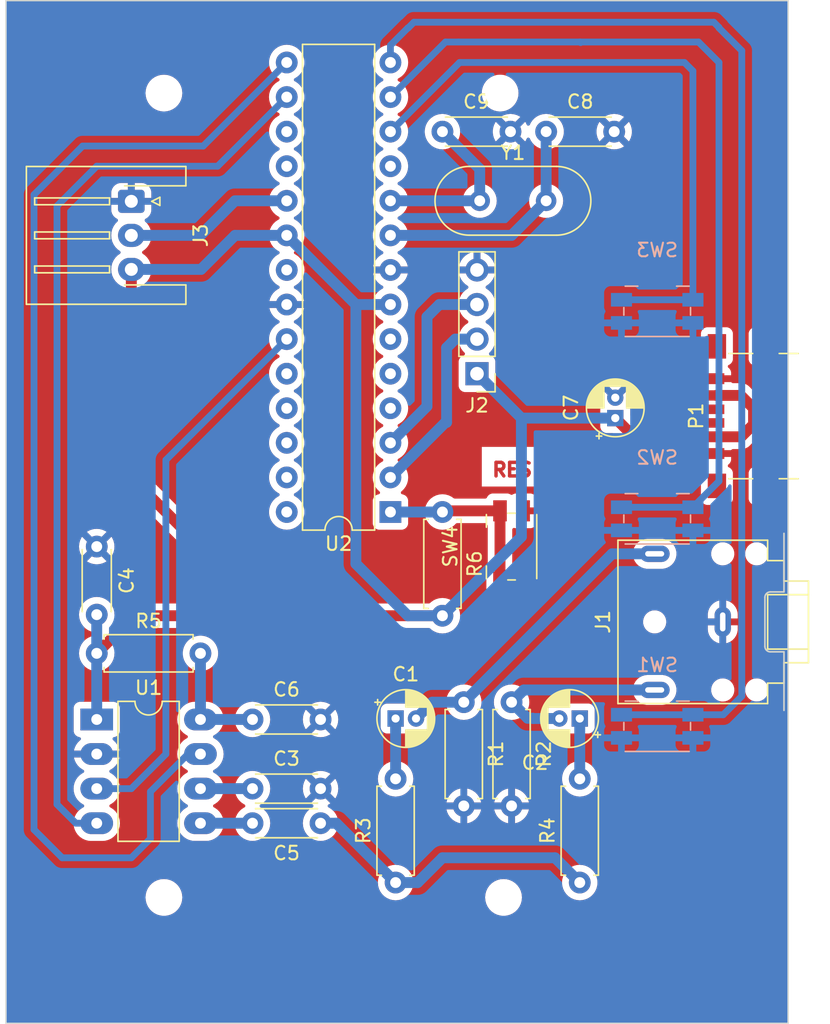
<source format=kicad_pcb>
(kicad_pcb (version 20221018) (generator pcbnew)
  (layers (0 "F.Cu" signal) (31 "B.Cu" signal) (34 "B.Paste" user) (35 "F.Paste" user) (36 "B.SilkS" user "B.Silkscreen") (37 "F.SilkS" user "F.Silkscreen") (38 "B.Mask" user) (39 "F.Mask" user) (44 "Edge.Cuts" user))
  (net 0 "")
  (net 1 "Net-(C1-Pad1)")
  (net 2 "Net-(C1-Pad2)")
  (net 3 "Net-(C2-Pad1)")
  (net 4 "Net-(C2-Pad2)")
  (net 5 "Net-(U1-GND)")
  (net 6 "GND")
  (net 7 "5V")
  (net 8 "IN")
  (net 9 "Net-(U1-IN)")
  (net 10 "Net-(U1-CKIN)")
  (net 14 "PIN_A0")
  (net 15 "Net-(U2-XTAL1{slash}PB6)")
  (net 16 "Net-(U2-XTAL2{slash}PB7)")
  (net 17 "Net-(U2-~{RESET}{slash}PC6)")
  (net 23 "PIN_13")
  (net 30 "RX")
  (net 31 "TX")
  (net 32 "PIN_9")
  (net 33 "PIN_10")
  (net 35 "PIN_8")
  (net 36 "PIN_7")
  (net 37 "PIN_6")
  (footprint "MountingHole:MountingHole_2.2mm_M2" (layer "F.Cu") (at 139.555409 91.812053)
    (fp_text reference "REF**" hide)
    (fp_text value "MountingHole_2.2mm_M2" hide)
    (pad "" np_thru_hole circle locked (at 0 0) (size 2.2 2.2) (drill 2.2) (layers "F&B.Cu" "*.Mask"))
  )
  (footprint "Connector_USB:USB_C_Receptacle_GCT_USB4135-GF-A_6P_TopMnt_Horizontal" (layer "F.Cu") (at 183.165586 56.456251 90)
    (fp_text reference "P1" (at 0 -4.5 90 unlocked) (layer "F.SilkS"))
    (fp_text value "USB_C_Plug_USB2.0")
    (pad "A5" smd rect locked (at -0.5 -3.0325 90) (size 0.7 1.2) (layers "F.Cu" "F.Paste" "F.Mask"))
    (pad "A9" smd rect locked (at 1.52 -3.0325 270) (size 0.76 1.2) (layers "F.Cu" "F.Paste" "F.Mask") (net 7 "5V"))
    (pad "A12" smd rect locked (at 2.75 -3.0325 270) (size 0.8 1.2) (layers "F.Cu" "F.Paste" "F.Mask") (net 6 "GND"))
    (pad "B5" smd rect locked (at 0.5 -3.0325 270) (size 0.7 1.2) (layers "F.Cu" "F.Paste" "F.Mask"))
    (pad "B9" smd rect locked (at -1.52 -3.0325 90) (size 0.76 1.2) (layers "F.Cu" "F.Paste" "F.Mask") (net 7 "5V"))
    (pad "B12" smd rect locked (at -2.75 -3.0325 90) (size 0.8 1.2) (layers "F.Cu" "F.Paste" "F.Mask") (net 6 "GND"))
    (pad "S1" smd rect locked (at -5.125 -2.9775 90) (size 1.8 1.35) (layers "F.Cu" "F.Paste" "F.Mask"))
    (pad "S1" smd rect locked (at -5.125 0.6025 90) (size 1.8 1.5) (layers "F.Cu" "F.Paste" "F.Mask"))
    (pad "S1" smd rect locked (at 5.125 -2.9775 90) (size 1.8 1.35) (layers "F.Cu" "F.Paste" "F.Mask"))
    (pad "S1" smd rect locked (at 5.125 0.6025 90) (size 1.8 1.5) (layers "F.Cu" "F.Paste" "F.Mask"))
  )
  (footprint "Package_DIP:DIP-8_W7.62mm_LongPads" (layer "F.Cu") (at 134.62 78.74)
    (fp_text reference "U1" (at 3.81 -2.33) (layer "F.SilkS"))
    (fp_text value "MSGEQ7")
    (pad "1" thru_hole rect (at 0 0) (size 2.4 1.6) (drill 0.8) (layers "*.Cu" "*.Mask") (net 7 "5V"))
    (pad "2" thru_hole oval (at 0 2.54) (size 2.4 1.6) (drill 0.8) (layers "*.Cu" "*.Mask") (net 6 "GND"))
    (pad "3" thru_hole oval (at 0 5.08) (size 2.4 1.6) (drill 0.8) (layers "*.Cu" "*.Mask") (net 14 "PIN_A0"))
    (pad "4" thru_hole oval (at 0 7.62) (size 2.4 1.6) (drill 0.8) (layers "*.Cu" "*.Mask") (net 33 "PIN_10"))
    (pad "5" thru_hole oval (at 7.62 7.62) (size 2.4 1.6) (drill 0.8) (layers "*.Cu" "*.Mask") (net 9 "Net-(U1-IN)"))
    (pad "6" thru_hole oval (at 7.62 5.08) (size 2.4 1.6) (drill 0.8) (layers "*.Cu" "*.Mask") (net 5 "Net-(U1-GND)"))
    (pad "7" thru_hole oval (at 7.62 2.54) (size 2.4 1.6) (drill 0.8) (layers "*.Cu" "*.Mask") (net 32 "PIN_9"))
    (pad "8" thru_hole oval (at 7.62 0) (size 2.4 1.6) (drill 0.8) (layers "*.Cu" "*.Mask") (net 10 "Net-(U1-CKIN)"))
  )
  (footprint "MountingHole:MountingHole_2.2mm_M2" (layer "F.Cu") (at 139.555409 32.728602)
    (fp_text reference "REF**" hide)
    (fp_text value "MountingHole_2.2mm_M2" hide)
    (pad "" np_thru_hole circle locked (at 0 0) (size 2.2 2.2) (drill 2.2) (layers "F&B.Cu" "*.Mask"))
  )
  (footprint "MountingHole:MountingHole_2.2mm_M2" (layer "F.Cu") (at 164.260259 32.728602)
    (fp_text reference "REF**" hide)
    (fp_text value "MountingHole_2.2mm_M2" hide)
    (pad "" np_thru_hole circle locked (at 0 0) (size 2.2 2.2) (drill 2.2) (layers "F&B.Cu" "*.Mask"))
  )
  (footprint "Crystal:Crystal_HC49-4H_Vertical" (layer "F.Cu") (at 162.76 40.64)
    (fp_text reference "Y1" (at 2.44 -3.525) (layer "F.SilkS"))
    (fp_text value "Crystal")
    (pad "1" thru_hole circle (at 0 0) (size 1.5 1.5) (drill 0.8) (layers "*.Cu" "*.Mask") (net 16 "Net-(U2-XTAL2{slash}PB7)"))
    (pad "2" thru_hole circle (at 4.88 0) (size 1.5 1.5) (drill 0.8) (layers "*.Cu" "*.Mask") (net 15 "Net-(U2-XTAL1{slash}PB6)"))
  )
  (footprint "Connector_JST:JST_XH_S3B-XH-A-1_1x03_P2.50mm_Horizontal" (layer "F.Cu") (at 137.16 40.68 -90)
    (fp_text reference "J3" (at 2.5 -5.1 90) (layer "F.SilkS"))
    (fp_text value "Conn_01x03")
    (pad "1" thru_hole roundrect (at 0 0 270) (size 1.7 1.95) (drill 0.95) (layers "*.Cu" "*.Mask") (roundrect_rratio 0.147059) (net 6 "GND"))
    (pad "2" thru_hole oval (at 2.5 0 270) (size 1.7 1.95) (drill 0.95) (layers "*.Cu" "*.Mask") (net 23 "PIN_13"))
    (pad "3" thru_hole oval (at 5 0 270) (size 1.7 1.95) (drill 0.95) (layers "*.Cu" "*.Mask") (net 7 "5V"))
  )
  (footprint "Capacitor_THT:C_Disc_D4.3mm_W1.9mm_P5.00mm" (layer "F.Cu") (at 134.62 66.04 -90)
    (fp_text reference "C4" (at 2.5 -2.2 90) (layer "F.SilkS"))
    (fp_text value "0.1uF")
    (pad "1" thru_hole circle (at 0 0 270) (size 1.6 1.6) (drill 0.8) (layers "*.Cu" "*.Mask") (net 6 "GND"))
    (pad "2" thru_hole circle (at 5 0 270) (size 1.6 1.6) (drill 0.8) (layers "*.Cu" "*.Mask") (net 7 "5V"))
  )
  (footprint "Resistor_THT:R_Axial_DIN0207_L6.3mm_D2.5mm_P7.62mm_Horizontal" (layer "F.Cu") (at 156.578624 90.720108 90)
    (fp_text reference "R3" (at 3.81 -2.37 90) (layer "F.SilkS"))
    (fp_text value "22K")
    (pad "1" thru_hole circle (at 0 0 90) (size 1.6 1.6) (drill 0.8) (layers "*.Cu" "*.Mask") (net 8 "IN"))
    (pad "2" thru_hole oval (at 7.62 0 90) (size 1.6 1.6) (drill 0.8) (layers "*.Cu" "*.Mask") (net 1 "Net-(C1-Pad1)"))
  )
  (footprint "Capacitor_THT:CP_Radial_D4.0mm_P1.50mm" (layer "F.Cu") (at 156.578624 78.67)
    (fp_text reference "C1" (at 0.75 -3.25) (layer "F.SilkS"))
    (fp_text value "10uf")
    (pad "1" thru_hole rect (at 0 0) (size 1.2 1.2) (drill 0.6) (layers "*.Cu" "*.Mask") (net 1 "Net-(C1-Pad1)"))
    (pad "2" thru_hole circle (at 1.5 0) (size 1.2 1.2) (drill 0.6) (layers "*.Cu" "*.Mask") (net 2 "Net-(C1-Pad2)"))
  )
  (footprint "Capacitor_THT:CP_Radial_D4.0mm_P1.50mm" (layer "F.Cu") (at 170.110688 78.67 180)
    (fp_text reference "C2" (at 3.29 -3.25) (layer "F.SilkS"))
    (fp_text value "10uf")
    (pad "1" thru_hole rect (at 0 0 180) (size 1.2 1.2) (drill 0.6) (layers "*.Cu" "*.Mask") (net 3 "Net-(C2-Pad1)"))
    (pad "2" thru_hole circle (at 1.5 0 180) (size 1.2 1.2) (drill 0.6) (layers "*.Cu" "*.Mask") (net 4 "Net-(C2-Pad2)"))
  )
  (footprint "Capacitor_THT:C_Disc_D4.3mm_W1.9mm_P5.00mm" (layer "F.Cu") (at 167.64 35.56)
    (fp_text reference "C8" (at 2.5 -2.2) (layer "F.SilkS"))
    (fp_text value "22pF")
    (pad "1" thru_hole circle (at 0 0) (size 1.6 1.6) (drill 0.8) (layers "*.Cu" "*.Mask") (net 15 "Net-(U2-XTAL1{slash}PB6)"))
    (pad "2" thru_hole circle (at 5 0) (size 1.6 1.6) (drill 0.8) (layers "*.Cu" "*.Mask") (net 6 "GND"))
  )
  (footprint "Capacitor_THT:C_Disc_D4.3mm_W1.9mm_P5.00mm" (layer "F.Cu") (at 146.065 83.82)
    (fp_text reference "C3" (at 2.5 -2.2) (layer "F.SilkS"))
    (fp_text value "0.1uF")
    (pad "1" thru_hole circle (at 0 0) (size 1.6 1.6) (drill 0.8) (layers "*.Cu" "*.Mask") (net 5 "Net-(U1-GND)"))
    (pad "2" thru_hole circle (at 5 0) (size 1.6 1.6) (drill 0.8) (layers "*.Cu" "*.Mask") (net 6 "GND"))
  )
  (footprint "Capacitor_THT:CP_Radial_D4.0mm_P1.50mm" (layer "F.Cu") (at 172.72 56.6026 90)
    (fp_text reference "C7" (at 0.75 -3.25 90) (layer "F.SilkS"))
    (fp_text value "10uf")
    (pad "1" thru_hole rect (at 0 0 90) (size 1.2 1.2) (drill 0.6) (layers "*.Cu" "*.Mask") (net 7 "5V"))
    (pad "2" thru_hole circle (at 1.5 0 90) (size 1.2 1.2) (drill 0.6) (layers "*.Cu" "*.Mask") (net 6 "GND"))
  )
  (footprint "Resistor_THT:R_Axial_DIN0207_L6.3mm_D2.5mm_P7.62mm_Horizontal" (layer "F.Cu") (at 165.1 77.47 -90)
    (fp_text reference "R2" (at 3.81 -2.37 -270) (layer "F.SilkS"))
    (fp_text value "100K")
    (pad "1" thru_hole circle (at 0 0 270) (size 1.6 1.6) (drill 0.8) (layers "*.Cu" "*.Mask") (net 4 "Net-(C2-Pad2)"))
    (pad "2" thru_hole oval (at 7.62 0 270) (size 1.6 1.6) (drill 0.8) (layers "*.Cu" "*.Mask") (net 6 "GND"))
  )
  (footprint "Button_Switch_SMD:Panasonic_EVQPUJ_EVQPUA" (layer "F.Cu") (at 165.1 66.04 90)
    (fp_text reference "SW4" (at 0 -4.5 90) (layer "F.SilkS"))
    (fp_text value "SW_Push")
    (pad "1" smd rect (at -2.625 -0.85 270) (size 1.55 1) (layers "F.Cu" "F.Paste" "F.Mask") (net 17 "Net-(U2-~{RESET}{slash}PC6)"))
    (pad "1" smd rect (at 2.625 -0.85 270) (size 1.55 1) (layers "F.Cu" "F.Paste" "F.Mask") (net 17 "Net-(U2-~{RESET}{slash}PC6)"))
    (pad "2" smd rect (at -2.625 0.85 270) (size 1.55 1) (layers "F.Cu" "F.Paste" "F.Mask") (net 6 "GND"))
    (pad "2" smd rect (at 2.625 0.85 270) (size 1.55 1) (layers "F.Cu" "F.Paste" "F.Mask") (net 6 "GND"))
  )
  (footprint "Package_DIP:DIP-28_W7.62mm" (layer "F.Cu") (at 156.2 63.5 180)
    (fp_text reference "U2" (at 3.81 -2.33) (layer "F.SilkS"))
    (fp_text value "ATmega328-P")
    (pad "1" thru_hole rect (at 0 0 180) (size 1.6 1.6) (drill 0.8) (layers "*.Cu" "*.Mask") (net 17 "Net-(U2-~{RESET}{slash}PC6)"))
    (pad "2" thru_hole oval (at 0 2.54 180) (size 1.6 1.6) (drill 0.8) (layers "*.Cu" "*.Mask") (net 30 "RX"))
    (pad "3" thru_hole oval (at 0 5.08 180) (size 1.6 1.6) (drill 0.8) (layers "*.Cu" "*.Mask") (net 31 "TX"))
    (pad "4" thru_hole oval (at 0 7.62 180) (size 1.6 1.6) (drill 0.8) (layers "*.Cu" "*.Mask"))
    (pad "5" thru_hole oval (at 0 10.16 180) (size 1.6 1.6) (drill 0.8) (layers "*.Cu" "*.Mask"))
    (pad "6" thru_hole oval (at 0 12.7 180) (size 1.6 1.6) (drill 0.8) (layers "*.Cu" "*.Mask"))
    (pad "7" thru_hole oval (at 0 15.24 180) (size 1.6 1.6) (drill 0.8) (layers "*.Cu" "*.Mask") (net 7 "5V"))
    (pad "8" thru_hole oval (at 0 17.78 180) (size 1.6 1.6) (drill 0.8) (layers "*.Cu" "*.Mask") (net 6 "GND"))
    (pad "9" thru_hole oval (at 0 20.32 180) (size 1.6 1.6) (drill 0.8) (layers "*.Cu" "*.Mask") (net 15 "Net-(U2-XTAL1{slash}PB6)"))
    (pad "10" thru_hole oval (at 0 22.86 180) (size 1.6 1.6) (drill 0.8) (layers "*.Cu" "*.Mask") (net 16 "Net-(U2-XTAL2{slash}PB7)"))
    (pad "11" thru_hole oval (at 0 25.4 180) (size 1.6 1.6) (drill 0.8) (layers "*.Cu" "*.Mask"))
    (pad "12" thru_hole oval (at 0 27.94 180) (size 1.6 1.6) (drill 0.8) (layers "*.Cu" "*.Mask") (net 37 "PIN_6"))
    (pad "13" thru_hole oval (at 0 30.48 180) (size 1.6 1.6) (drill 0.8) (layers "*.Cu" "*.Mask") (net 36 "PIN_7"))
    (pad "14" thru_hole oval (at 0 33.02 180) (size 1.6 1.6) (drill 0.8) (layers "*.Cu" "*.Mask") (net 35 "PIN_8"))
    (pad "15" thru_hole oval (at 7.62 33.02 180) (size 1.6 1.6) (drill 0.8) (layers "*.Cu" "*.Mask") (net 32 "PIN_9"))
    (pad "16" thru_hole oval (at 7.62 30.48 180) (size 1.6 1.6) (drill 0.8) (layers "*.Cu" "*.Mask") (net 33 "PIN_10"))
    (pad "17" thru_hole oval (at 7.62 27.94 180) (size 1.6 1.6) (drill 0.8) (layers "*.Cu" "*.Mask"))
    (pad "18" thru_hole oval (at 7.62 25.4 180) (size 1.6 1.6) (drill 0.8) (layers "*.Cu" "*.Mask"))
    (pad "19" thru_hole oval (at 7.62 22.86 180) (size 1.6 1.6) (drill 0.8) (layers "*.Cu" "*.Mask") (net 23 "PIN_13"))
    (pad "20" thru_hole oval (at 7.62 20.32 180) (size 1.6 1.6) (drill 0.8) (layers "*.Cu" "*.Mask") (net 7 "5V"))
    (pad "21" thru_hole oval (at 7.62 17.78 180) (size 1.6 1.6) (drill 0.8) (layers "*.Cu" "*.Mask"))
    (pad "22" thru_hole oval (at 7.62 15.24 180) (size 1.6 1.6) (drill 0.8) (layers "*.Cu" "*.Mask") (net 6 "GND"))
    (pad "23" thru_hole oval (at 7.62 12.7 180) (size 1.6 1.6) (drill 0.8) (layers "*.Cu" "*.Mask") (net 14 "PIN_A0"))
    (pad "24" thru_hole oval (at 7.62 10.16 180) (size 1.6 1.6) (drill 0.8) (layers "*.Cu" "*.Mask"))
    (pad "25" thru_hole oval (at 7.62 7.62 180) (size 1.6 1.6) (drill 0.8) (layers "*.Cu" "*.Mask"))
    (pad "26" thru_hole oval (at 7.62 5.08 180) (size 1.6 1.6) (drill 0.8) (layers "*.Cu" "*.Mask"))
    (pad "27" thru_hole oval (at 7.62 2.54 180) (size 1.6 1.6) (drill 0.8) (layers "*.Cu" "*.Mask"))
    (pad "28" thru_hole oval (at 7.62 0 180) (size 1.6 1.6) (drill 0.8) (layers "*.Cu" "*.Mask"))
  )
  (footprint "Connector_Audio:Jack_3.5mm_CUI_SJ1-3523N_Horizontal" (layer "F.Cu") (at 180.615586 71.571251 90)
    (fp_text reference "J1" (at 0 -8.8 90) (layer "F.SilkS"))
    (fp_text value "IN_1")
    (fp_line (start -2.2 3.5) (end -2.2 4.5) (stroke (width 0.12)) (layer "Edge.Cuts"))
    (fp_line (start -2.2 4.5) (end -6.5 4.5) (stroke (width 0.12)) (layer "Edge.Cuts"))
    (fp_line (start 1.8 3.1) (end -1.8 3.1) (stroke (width 0.12)) (layer "Edge.Cuts"))
    (fp_line (start 2.2 3.5) (end 2.2 4.5) (stroke (width 0.12)) (layer "Edge.Cuts"))
    (fp_line (start 2.2 4.5) (end 6.5 4.5) (stroke (width 0.12)) (layer "Edge.Cuts"))
    (fp_arc (start -2.2 3.5) (mid -2.082842 3.217158) (end -1.8 3.1) (stroke (width 0.12)) (layer "Edge.Cuts"))
    (fp_arc (start 1.8 3.1) (mid 2.082843 3.217157) (end 2.2 3.5) (stroke (width 0.12)) (layer "Edge.Cuts"))
    (pad "" np_thru_hole circle locked (at -5 0 90) (size 1.2 1.2) (drill 1.2) (layers "*.Cu"))
    (pad "" np_thru_hole circle locked (at -5 2.5 90) (size 1.2 1.2) (drill 1.2) (layers "*.Cu"))
    (pad "" np_thru_hole circle locked (at 0 -5 90) (size 1.2 1.2) (drill 1.2) (layers "*.Cu"))
    (pad "" np_thru_hole circle locked (at 5 0 90) (size 1.2 1.2) (drill 1.2) (layers "*.Cu"))
    (pad "" np_thru_hole circle locked (at 5 2.5 90) (size 1.2 1.2) (drill 1.2) (layers "*.Cu"))
    (pad "R" thru_hole oval locked (at -5 -5 90) (size 1.2 2.2) (drill oval 0.4 1.4) (layers "*.Cu" "*.Mask") (net 4 "Net-(C2-Pad2)"))
    (pad "S" thru_hole oval locked (at 0 0 90) (size 2.2 1.2) (drill oval 1.4 0.4) (layers "*.Cu" "*.Mask") (net 6 "GND"))
    (pad "T" thru_hole oval locked (at 5 -5 270) (size 1.2 2.2) (drill oval 0.4 1.4) (layers "*.Cu" "*.Mask") (net 2 "Net-(C1-Pad2)"))
  )
  (footprint "Resistor_THT:R_Axial_DIN0207_L6.3mm_D2.5mm_P7.62mm_Horizontal" (layer "F.Cu") (at 134.62 73.8825)
    (fp_text reference "R5" (at 3.81 -2.37) (layer "F.SilkS"))
    (fp_text value "220K")
    (pad "1" thru_hole circle (at 0 0) (size 1.6 1.6) (drill 0.8) (layers "*.Cu" "*.Mask") (net 7 "5V"))
    (pad "2" thru_hole oval (at 7.62 0) (size 1.6 1.6) (drill 0.8) (layers "*.Cu" "*.Mask") (net 10 "Net-(U1-CKIN)"))
  )
  (footprint "Connector_PinHeader_2.54mm:PinHeader_1x04_P2.54mm_Vertical" (layer "F.Cu") (at 162.56 53.34 180)
    (fp_text reference "J2" (at 0 -2.33) (layer "F.SilkS"))
    (fp_text value "Conn_01x04")
    (pad "1" thru_hole rect (at 0 0 180) (size 1.7 1.7) (drill 1) (layers "*.Cu" "*.Mask") (net 7 "5V"))
    (pad "2" thru_hole oval (at 0 2.54 180) (size 1.7 1.7) (drill 1) (layers "*.Cu" "*.Mask") (net 30 "RX"))
    (pad "3" thru_hole oval (at 0 5.08 180) (size 1.7 1.7) (drill 1) (layers "*.Cu" "*.Mask") (net 31 "TX"))
    (pad "4" thru_hole oval (at 0 7.62 180) (size 1.7 1.7) (drill 1) (layers "*.Cu" "*.Mask") (net 6 "GND"))
  )
  (footprint "Capacitor_THT:C_Disc_D4.3mm_W1.9mm_P5.00mm" (layer "F.Cu") (at 146.065 78.74)
    (fp_text reference "C6" (at 2.5 -2.2) (layer "F.SilkS"))
    (fp_text value "33pF")
    (pad "1" thru_hole circle (at 0 0) (size 1.6 1.6) (drill 0.8) (layers "*.Cu" "*.Mask") (net 10 "Net-(U1-CKIN)"))
    (pad "2" thru_hole circle (at 5 0) (size 1.6 1.6) (drill 0.8) (layers "*.Cu" "*.Mask") (net 6 "GND"))
  )
  (footprint "MountingHole:MountingHole_2.2mm_M2" (layer "F.Cu") (at 164.510084 91.812053)
    (fp_text reference "REF**" hide)
    (fp_text value "MountingHole_2.2mm_M2" hide)
    (pad "" np_thru_hole circle locked (at 0 0) (size 2.2 2.2) (drill 2.2) (layers "F&B.Cu" "*.Mask"))
  )
  (footprint "Resistor_THT:R_Axial_DIN0207_L6.3mm_D2.5mm_P7.62mm_Horizontal" (layer "F.Cu") (at 160.02 63.5 -90)
    (fp_text reference "R6" (at 3.81 -2.37 90) (layer "F.SilkS"))
    (fp_text value "10K")
    (pad "1" thru_hole circle (at 0 0 270) (size 1.6 1.6) (drill 0.8) (layers "*.Cu" "*.Mask") (net 17 "Net-(U2-~{RESET}{slash}PC6)"))
    (pad "2" thru_hole oval (at 7.62 0 270) (size 1.6 1.6) (drill 0.8) (layers "*.Cu" "*.Mask") (net 7 "5V"))
  )
  (footprint "Resistor_THT:R_Axial_DIN0207_L6.3mm_D2.5mm_P7.62mm_Horizontal" (layer "F.Cu") (at 161.589312 77.47 -90)
    (fp_text reference "R1" (at 3.81 -2.37 -270) (layer "F.SilkS"))
    (fp_text value "100K")
    (pad "1" thru_hole circle (at 0 0 270) (size 1.6 1.6) (drill 0.8) (layers "*.Cu" "*.Mask") (net 2 "Net-(C1-Pad2)"))
    (pad "2" thru_hole oval (at 7.62 0 270) (size 1.6 1.6) (drill 0.8) (layers "*.Cu" "*.Mask") (net 6 "GND"))
  )
  (footprint "Capacitor_THT:C_Disc_D4.3mm_W1.9mm_P5.00mm" (layer "F.Cu") (at 151.065 86.36 180)
    (fp_text reference "C5" (at 2.5 -2.2) (layer "F.SilkS"))
    (fp_text value "0.1uF")
    (pad "1" thru_hole circle (at 0 0 180) (size 1.6 1.6) (drill 0.8) (layers "*.Cu" "*.Mask") (net 8 "IN"))
    (pad "2" thru_hole circle (at 5 0 180) (size 1.6 1.6) (drill 0.8) (layers "*.Cu" "*.Mask") (net 9 "Net-(U1-IN)"))
  )
  (footprint "Resistor_THT:R_Axial_DIN0207_L6.3mm_D2.5mm_P7.62mm_Horizontal" (layer "F.Cu") (at 170.110688 90.720108 90)
    (fp_text reference "R4" (at 3.81 -2.37 90) (layer "F.SilkS"))
    (fp_text value "22K")
    (pad "1" thru_hole circle (at 0 0 90) (size 1.6 1.6) (drill 0.8) (layers "*.Cu" "*.Mask") (net 8 "IN"))
    (pad "2" thru_hole oval (at 7.62 0 90) (size 1.6 1.6) (drill 0.8) (layers "*.Cu" "*.Mask") (net 3 "Net-(C2-Pad1)"))
  )
  (footprint "Capacitor_THT:C_Disc_D4.3mm_W1.9mm_P5.00mm" (layer "F.Cu") (at 160.02 35.56)
    (fp_text reference "C9" (at 2.5 -2.2) (layer "F.SilkS"))
    (fp_text value "22pF")
    (pad "1" thru_hole circle (at 0 0) (size 1.6 1.6) (drill 0.8) (layers "*.Cu" "*.Mask") (net 16 "Net-(U2-XTAL2{slash}PB7)"))
    (pad "2" thru_hole circle (at 5 0) (size 1.6 1.6) (drill 0.8) (layers "*.Cu" "*.Mask") (net 6 "GND"))
  )
  (footprint "Button_Switch_SMD:Panasonic_EVQPUJ_EVQPUA" (layer "B.Cu") (at 175.8 79.24 180)
    (fp_text reference "SW1" (at 0 4.5) (layer "B.SilkS") (effects (justify mirror)))
    (fp_text value "SW_Push")
    (pad "1" smd rect (at -2.625 0.85) (size 1.55 1) (layers "B.Cu" "B.Paste" "B.Mask") (net 35 "PIN_8"))
    (pad "1" smd rect (at 2.625 0.85) (size 1.55 1) (layers "B.Cu" "B.Paste" "B.Mask") (net 35 "PIN_8"))
    (pad "2" smd rect (at -2.625 -0.85) (size 1.55 1) (layers "B.Cu" "B.Paste" "B.Mask") (net 6 "GND"))
    (pad "2" smd rect (at 2.625 -0.85) (size 1.55 1) (layers "B.Cu" "B.Paste" "B.Mask") (net 6 "GND"))
  )
  (footprint "Button_Switch_SMD:Panasonic_EVQPUJ_EVQPUA" (layer "B.Cu") (at 175.8 48.76 180)
    (fp_text reference "SW3" (at 0 4.5) (layer "B.SilkS") (effects (justify mirror)))
    (fp_text value "SW_Push")
    (pad "1" smd rect (at -2.625 0.85) (size 1.55 1) (layers "B.Cu" "B.Paste" "B.Mask") (net 37 "PIN_6"))
    (pad "1" smd rect (at 2.625 0.85) (size 1.55 1) (layers "B.Cu" "B.Paste" "B.Mask") (net 37 "PIN_6"))
    (pad "2" smd rect (at -2.625 -0.85) (size 1.55 1) (layers "B.Cu" "B.Paste" "B.Mask") (net 6 "GND"))
    (pad "2" smd rect (at 2.625 -0.85) (size 1.55 1) (layers "B.Cu" "B.Paste" "B.Mask") (net 6 "GND"))
  )
  (footprint "Button_Switch_SMD:Panasonic_EVQPUJ_EVQPUA" (layer "B.Cu") (at 175.8 64 180)
    (fp_text reference "SW2" (at 0 4.5) (layer "B.SilkS") (effects (justify mirror)))
    (fp_text value "SW_Push")
    (pad "1" smd rect (at -2.625 0.85) (size 1.55 1) (layers "B.Cu" "B.Paste" "B.Mask") (net 36 "PIN_7"))
    (pad "1" smd rect (at 2.625 0.85) (size 1.55 1) (layers "B.Cu" "B.Paste" "B.Mask") (net 36 "PIN_7"))
    (pad "2" smd rect (at -2.625 -0.85) (size 1.55 1) (layers "B.Cu" "B.Paste" "B.Mask") (net 6 "GND"))
    (pad "2" smd rect (at 2.625 -0.85) (size 1.55 1) (layers "B.Cu" "B.Paste" "B.Mask") (net 6 "GND"))
  )
  (gr_rect locked (start 127.949712 25.94) (end 185.42 101.06) (stroke (width 0.1)) (fill none) (layer "Edge.Cuts"))
  (gr_text "GND\nTX\nRX\n5V" (at 166.376392 52.191265) (layer "F.Cu") (effects (font (size 1 1) (thickness 0.25) bold) (justify left bottom)))
  (gr_text "RES" (at 163.555569 60.985506) (layer "F.Cu") (effects (font (size 1 1) (thickness 0.25) bold) (justify left bottom)))
  (segment (start 156.578624 78.67) (end 156.578624 83.100108) (width 0.8) (layer "B.Cu") (net 1))
  (segment (start 159.278624 77.47) (end 158.078624 78.67) (width 0.8) (layer "B.Cu") (net 2))
  (segment (start 172.488061 66.571251) (end 161.589312 77.47) (width 0.8) (layer "B.Cu") (net 2))
  (segment (start 175.615586 66.571251) (end 172.488061 66.571251) (width 0.8) (layer "B.Cu") (net 2))
  (segment (start 161.589312 77.47) (end 159.278624 77.47) (width 0.8) (layer "B.Cu") (net 2))
  (segment (start 170.110688 78.67) (end 170.110688 83.100108) (width 0.8) (layer "B.Cu") (net 3))
  (segment (start 166.671211 78.650665) (end 166.690546 78.67) (width 0.8) (layer "B.Cu") (net 4))
  (segment (start 175.615586 76.571251) (end 165.998749 76.571251) (width 0.8) (layer "B.Cu") (net 4))
  (segment (start 166.280665 78.650665) (end 166.671211 78.650665) (width 0.8) (layer "B.Cu") (net 4))
  (segment (start 165.1 77.47) (end 166.280665 78.650665) (width 0.8) (layer "B.Cu") (net 4))
  (segment (start 166.690546 78.67) (end 168.610688 78.67) (width 0.8) (layer "B.Cu") (net 4))
  (segment (start 165.998749 76.571251) (end 165.1 77.47) (width 0.8) (layer "B.Cu") (net 4))
  (segment (start 142.24 83.82) (end 146.065 83.82) (width 0.8) (layer "B.Cu") (net 5))
  (segment (start 181.968286 57.976251) (end 182.88 57.064537) (width 0.8) (layer "F.Cu") (net 7))
  (segment (start 182.88 57.064537) (end 182.88 55.88) (width 0.8) (layer "F.Cu") (net 7))
  (segment (start 147.32 71.12) (end 137.16 60.96) (width 0.8) (layer "F.Cu") (net 7))
  (segment (start 174.093651 57.976251) (end 180.133086 57.976251) (width 0.8) (layer "F.Cu") (net 7))
  (segment (start 160.02 71.12) (end 147.32 71.12) (width 0.8) (layer "F.Cu") (net 7))
  (segment (start 182.88 55.88) (end 181.936251 54.936251) (width 0.8) (layer "F.Cu") (net 7))
  (segment (start 180.133086 57.976251) (end 181.968286 57.976251) (width 0.8) (layer "F.Cu") (net 7))
  (segment (start 147.32 71.12) (end 137.3825 71.12) (width 0.8) (layer "F.Cu") (net 7))
  (segment (start 137.16 60.96) (end 137.16 45.68) (width 0.8) (layer "F.Cu") (net 7))
  (segment (start 181.936251 54.936251) (end 180.133086 54.936251) (width 0.8) (layer "F.Cu") (net 7))
  (segment (start 172.72 56.6026) (end 174.093651 57.976251) (width 0.8) (layer "F.Cu") (net 7))
  (segment (start 137.3825 71.12) (end 134.62 73.8825) (width 0.8) (layer "F.Cu") (net 7))
  (segment (start 153.66 48.26) (end 153.66 67.3) (width 0.8) (layer "B.Cu") (net 7))
  (segment (start 157.48 71.12) (end 160.02 71.12) (width 0.8) (layer "B.Cu") (net 7))
  (segment (start 165.8226 65.3174) (end 165.8226 56.6026) (width 0.8) (layer "B.Cu") (net 7))
  (segment (start 142.28 45.68) (end 144.78 43.18) (width 0.8) (layer "B.Cu") (net 7))
  (segment (start 144.78 43.18) (end 148.58 43.18) (width 0.8) (layer "B.Cu") (net 7))
  (segment (start 134.62 73.8825) (end 134.62 78.74) (width 0.8) (layer "B.Cu") (net 7))
  (segment (start 165.8226 56.6026) (end 172.72 56.6026) (width 0.8) (layer "B.Cu") (net 7))
  (segment (start 162.56 53.34) (end 165.8226 56.6026) (width 0.8) (layer "B.Cu") (net 7))
  (segment (start 137.16 45.68) (end 142.28 45.68) (width 0.8) (layer "B.Cu") (net 7))
  (segment (start 153.66 48.26) (end 148.58 43.18) (width 0.8) (layer "B.Cu") (net 7))
  (segment (start 156.2 48.26) (end 153.66 48.26) (width 0.8) (layer "B.Cu") (net 7))
  (segment (start 134.62 73.8825) (end 134.62 71.04) (width 0.8) (layer "B.Cu") (net 7))
  (segment (start 153.66 67.3) (end 157.48 71.12) (width 0.8) (layer "B.Cu") (net 7))
  (segment (start 160.02 71.12) (end 165.8226 65.3174) (width 0.8) (layer "B.Cu") (net 7))
  (segment (start 170.110688 90.720108) (end 168.29058 88.9) (width 0.8) (layer "B.Cu") (net 8))
  (segment (start 156.578624 90.720108) (end 158.199892 90.720108) (width 0.8) (layer "B.Cu") (net 8))
  (segment (start 152.218516 86.36) (end 156.578624 90.720108) (width 0.8) (layer "B.Cu") (net 8))
  (segment (start 168.29058 88.9) (end 160.02 88.9) (width 0.8) (layer "B.Cu") (net 8))
  (segment (start 158.199892 90.720108) (end 160.02 88.9) (width 0.8) (layer "B.Cu") (net 8))
  (segment (start 151.065 86.36) (end 152.218516 86.36) (width 0.8) (layer "B.Cu") (net 8))
  (segment (start 142.24 86.36) (end 146.065 86.36) (width 0.8) (layer "B.Cu") (net 9))
  (segment (start 142.24 78.74) (end 142.24 73.8825) (width 0.8) (layer "B.Cu") (net 10))
  (segment (start 142.24 78.74) (end 146.065 78.74) (width 0.8) (layer "B.Cu") (net 10))
  (segment (start 134.62 83.82) (end 137.16 83.82) (width 0.5) (layer "B.Cu") (net 14))
  (segment (start 137.16 83.82) (end 139.7 81.28) (width 0.5) (layer "B.Cu") (net 14))
  (segment (start 139.7 59.68) (end 148.58 50.8) (width 0.5) (layer "B.Cu") (net 14))
  (segment (start 139.7 81.28) (end 139.7 59.68) (width 0.5) (layer "B.Cu") (net 14))
  (segment (start 165.1 43.18) (end 167.64 40.64) (width 0.8) (layer "B.Cu") (net 15))
  (segment (start 167.64 40.64) (end 167.64 35.56) (width 0.8) (layer "B.Cu") (net 15))
  (segment (start 156.2 43.18) (end 165.1 43.18) (width 0.8) (layer "B.Cu") (net 15))
  (segment (start 162.76 40.64) (end 156.2 40.64) (width 0.8) (layer "B.Cu") (net 16))
  (segment (start 162.76 40.64) (end 162.76 38.3) (width 0.8) (layer "B.Cu") (net 16))
  (segment (start 162.76 38.3) (end 160.02 35.56) (width 0.8) (layer "B.Cu") (net 16))
  (segment (start 160.105 63.415) (end 160.02 63.5) (width 0.8) (layer "F.Cu") (net 17))
  (segment (start 164.25 63.415) (end 164.25 68.665) (width 0.8) (layer "F.Cu") (net 17))
  (segment (start 164.25 63.415) (end 160.105 63.415) (width 0.8) (layer "F.Cu") (net 17))
  (segment (start 156.2 63.5) (end 160.02 63.5) (width 0.8) (layer "B.Cu") (net 17))
  (segment (start 142.24 43.18) (end 144.78 40.64) (width 0.8) (layer "B.Cu") (net 23))
  (segment (start 144.78 40.64) (end 148.58 40.64) (width 0.8) (layer "B.Cu") (net 23))
  (segment (start 137.16 43.18) (end 142.24 43.18) (width 0.8) (layer "B.Cu") (net 23))
  (segment (start 160.961286 50.8) (end 160.324534 51.436752) (width 0.8) (layer "B.Cu") (net 30))
  (segment (start 160.324534 51.436752) (end 160.324534 56.918367) (width 0.8) (layer "B.Cu") (net 30))
  (segment (start 160.241633 56.918367) (end 156.2 60.96) (width 0.8) (layer "B.Cu") (net 30))
  (segment (start 162.56 50.8) (end 160.961286 50.8) (width 0.8) (layer "B.Cu") (net 30))
  (segment (start 160.324534 56.918367) (end 160.241633 56.918367) (width 0.8) (layer "B.Cu") (net 30))
  (segment (start 159.791507 48.26) (end 158.884918 49.166589) (width 0.8) (layer "B.Cu") (net 31))
  (segment (start 162.56 48.26) (end 159.791507 48.26) (width 0.8) (layer "B.Cu") (net 31))
  (segment (start 158.884918 55.735082) (end 156.2 58.42) (width 0.8) (layer "B.Cu") (net 31))
  (segment (start 158.884918 49.166589) (end 158.884918 55.735082) (width 0.8) (layer "B.Cu") (net 31))
  (segment (start 138.565101 84.042946) (end 141.328047 81.28) (width 0.5) (layer "B.Cu") (net 32))
  (segment (start 137.16 88.9) (end 138.565101 87.494899) (width 0.5) (layer "B.Cu") (net 32))
  (segment (start 141.328047 81.28) (end 142.24 81.28) (width 0.5) (layer "B.Cu") (net 32))
  (segment (start 138.565101 87.494899) (end 138.565101 84.042946) (width 0.5) (layer "B.Cu") (net 32))
  (segment (start 132.08 88.9) (end 137.16 88.9) (width 0.5) (layer "B.Cu") (net 32))
  (segment (start 142.441327 36.618673) (end 133.581815 36.618673) (width 0.5) (layer "B.Cu") (net 32))
  (segment (start 130.01046 86.83046) (end 132.08 88.9) (width 0.5) (layer "B.Cu") (net 32))
  (segment (start 148.58 30.48) (end 142.441327 36.618673) (width 0.5) (layer "B.Cu") (net 32))
  (segment (start 133.581815 36.618673) (end 130.01046 40.190028) (width 0.5) (layer "B.Cu") (net 32))
  (segment (start 130.01046 40.190028) (end 130.01046 86.83046) (width 0.5) (layer "B.Cu") (net 32))
  (segment (start 131.699423 41.020577) (end 134.62 38.1) (width 0.5) (layer "B.Cu") (net 33))
  (segment (start 133.083486 86.36) (end 131.699423 84.975937) (width 0.5) (layer "B.Cu") (net 33))
  (segment (start 131.699423 84.975937) (end 131.699423 41.020577) (width 0.5) (layer "B.Cu") (net 33))
  (segment (start 143.5 38.1) (end 148.58 33.02) (width 0.5) (layer "B.Cu") (net 33))
  (segment (start 134.62 38.1) (end 143.5 38.1) (width 0.5) (layer "B.Cu") (net 33))
  (segment (start 134.62 86.36) (end 133.083486 86.36) (width 0.5) (layer "B.Cu") (net 33))
  (segment (start 156.2 30.48) (end 156.2 29.22) (width 0.5) (layer "B.Cu") (net 35))
  (segment (start 157.505116 27.94) (end 157.922041 27.523075) (width 0.5) (layer "B.Cu") (net 35))
  (segment (start 182.015586 29.615586) (end 182.015586 77.026886) (width 0.5) (layer "B.Cu") (net 35))
  (segment (start 182.015586 77.026886) (end 180.652472 78.39) (width 0.5) (layer "B.Cu") (net 35))
  (segment (start 180.652472 78.39) (end 178.425 78.39) (width 0.5) (layer "B.Cu") (net 35))
  (segment (start 180.34 27.903652) (end 180.34 27.94) (width 0.5) (layer "B.Cu") (net 35))
  (segment (start 179.959423 27.523075) (end 180.34 27.903652) (width 0.5) (layer "B.Cu") (net 35))
  (segment (start 180.34 27.94) (end 182.015586 29.615586) (width 0.5) (layer "B.Cu") (net 35))
  (segment (start 157.922041 27.523075) (end 179.959423 27.523075) (width 0.5) (layer "B.Cu") (net 35))
  (segment (start 173.175 78.39) (end 178.425 78.39) (width 0.5) (layer "B.Cu") (net 35))
  (segment (start 156.2 29.22) (end 157.48 27.94) (width 0.5) (layer "B.Cu") (net 35))
  (segment (start 157.48 27.94) (end 157.505116 27.94) (width 0.5) (layer "B.Cu") (net 35))
  (segment (start 178.836534 28.976534) (end 180.34 30.48) (width 0.5) (layer "B.Cu") (net 36))
  (segment (start 180.34 30.48) (end 180.34 61.235) (width 0.5) (layer "B.Cu") (net 36))
  (segment (start 170.131093 28.976534) (end 170.17262 29.018061) (width 0.5) (layer "B.Cu") (net 36))
  (segment (start 160.243466 28.976534) (end 161.202705 28.976534) (width 0.5) (layer "B.Cu") (net 36))
  (segment (start 161.202705 28.976534) (end 170.131093 28.976534) (width 0.5) (layer "B.Cu") (net 36))
  (segment (start 170.131093 28.976534) (end 178.836534 28.976534) (width 0.5) (layer "B.Cu") (net 36))
  (segment (start 156.2 33.02) (end 160.243466 28.976534) (width 0.5) (layer "B.Cu") (net 36))
  (segment (start 173.175 63.15) (end 178.425 63.15) (width 0.5) (layer "B.Cu") (net 36))
  (segment (start 180.34 61.235) (end 178.425 63.15) (width 0.5) (layer "B.Cu") (net 36))
  (segment (start 178.425 31.105) (end 177.8 30.48) (width 0.5) (layer "B.Cu") (net 37))
  (segment (start 161.28 30.48) (end 156.2 35.56) (width 0.5) (layer "B.Cu") (net 37))
  (segment (start 178.425 47.91) (end 178.425 31.105) (width 0.5) (layer "B.Cu") (net 37))
  (segment (start 177.8 30.48) (end 161.28 30.48) (width 0.5) (layer "B.Cu") (net 37))
  (segment (start 173.175 47.91) (end 178.425 47.91) (width 0.5) (layer "B.Cu") (net 37))
  (zone (net 6) (net_name "GND") (layer "F.Cu") (priority 1) (connect_pads (clearance 0.5)) (min_thickness 0.25) (fill yes (thermal_gap 0.5) (thermal_bridge_width 0.5))
    (polygon (pts (xy 185.42 25.94) (xy 127.949712 25.94) (xy 127.949712 101.06) (xy 185.42 101.06)))
  )
  (zone (net 6) (net_name "GND") (layer "B.Cu") (connect_pads (clearance 0.5)) (min_thickness 0.25) (fill yes (thermal_gap 0.5) (thermal_bridge_width 0.5))
    (polygon (pts (xy 185.42 101.06) (xy 185.42 25.94) (xy 127.949712 25.94) (xy 127.949712 101.06)))
  )
)
</source>
